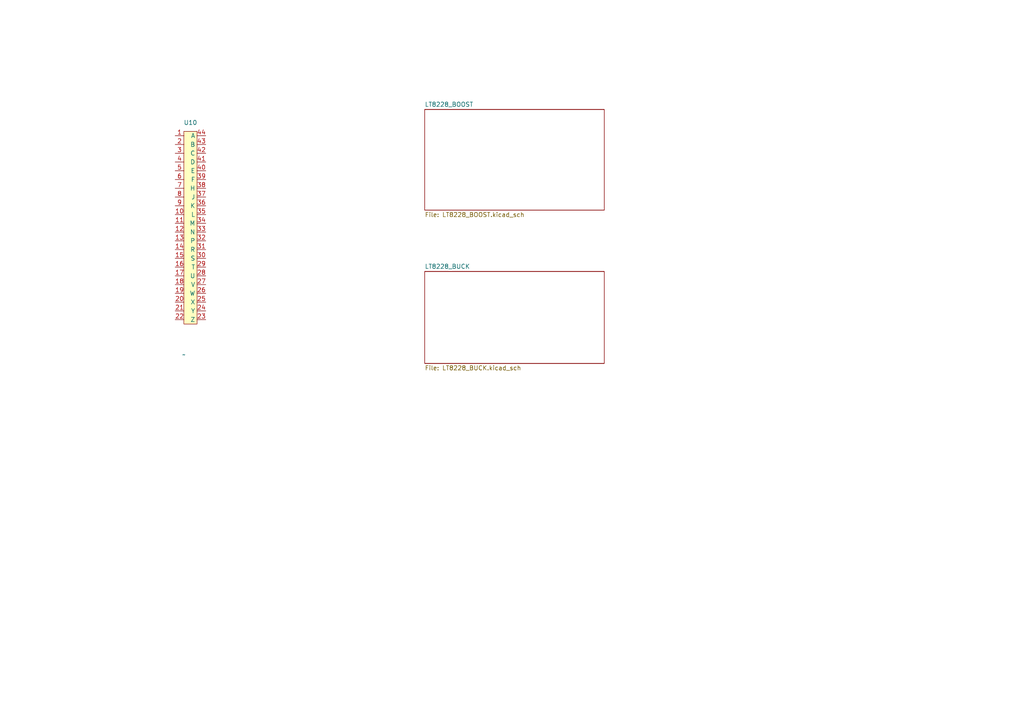
<source format=kicad_sch>
(kicad_sch (version 20230121) (generator eeschema)
  (paper "A4")
  (lib_symbols
    (symbol "my parts:50-44A-30"
      (property "Reference" "J" (at 0 0 0))
      (symbol "50-44A-30_1_1"
        (rectangle (start 0 64.77) (end 3.81 8.89) (fill (type background)))
        (pin input line (at -2.54 63.5 0) (length 2.54) (name "") (number "1"))
        (pin input line (at -2.54 40.64 0) (length 2.54) (name "") (number "10"))
        (pin input line (at -2.54 38.1 0) (length 2.54) (name "") (number "11"))
        (pin input line (at -2.54 35.56 0) (length 2.54) (name "") (number "12"))
        (pin input line (at -2.54 33.02 0) (length 2.54) (name "") (number "13"))
        (pin input line (at -2.54 30.48 0) (length 2.54) (name "") (number "14"))
        (pin input line (at -2.54 27.94 0) (length 2.54) (name "") (number "15"))
        (pin input line (at -2.54 25.4 0) (length 2.54) (name "") (number "16"))
        (pin input line (at -2.54 22.86 0) (length 2.54) (name "") (number "17"))
        (pin input line (at -2.54 20.32 0) (length 2.54) (name "") (number "18"))
        (pin input line (at -2.54 17.78 0) (length 2.54) (name "") (number "19"))
        (pin input line (at -2.54 60.96 0) (length 2.54) (name "") (number "2"))
        (pin input line (at -2.54 15.24 0) (length 2.54) (name "") (number "20"))
        (pin input line (at -2.54 12.7 0) (length 2.54) (name "") (number "21"))
        (pin input line (at -2.54 10.16 0) (length 2.54) (name "") (number "22"))
        (pin input line (at 6.35 10.16 180) (length 2.54) (name "Z") (number "23"))
        (pin input line (at 6.35 12.7 180) (length 2.54) (name "Y") (number "24"))
        (pin input line (at 6.35 15.24 180) (length 2.54) (name "X") (number "25"))
        (pin input line (at 6.35 17.78 180) (length 2.54) (name "W") (number "26"))
        (pin input line (at 6.35 20.32 180) (length 2.54) (name "V") (number "27"))
        (pin input line (at 6.35 22.86 180) (length 2.54) (name "U") (number "28"))
        (pin input line (at 6.35 25.4 180) (length 2.54) (name "T") (number "29"))
        (pin input line (at -2.54 58.42 0) (length 2.54) (name "") (number "3"))
        (pin input line (at 6.35 27.94 180) (length 2.54) (name "S") (number "30"))
        (pin input line (at 6.35 30.48 180) (length 2.54) (name "R") (number "31"))
        (pin input line (at 6.35 33.02 180) (length 2.54) (name "P") (number "32"))
        (pin input line (at 6.35 35.56 180) (length 2.54) (name "N") (number "33"))
        (pin input line (at 6.35 38.1 180) (length 2.54) (name "M") (number "34"))
        (pin input line (at 6.35 40.64 180) (length 2.54) (name "L") (number "35"))
        (pin input line (at 6.35 43.18 180) (length 2.54) (name "K") (number "36"))
        (pin input line (at 6.35 45.72 180) (length 2.54) (name "J") (number "37"))
        (pin input line (at 6.35 48.26 180) (length 2.54) (name "H") (number "38"))
        (pin input line (at 6.35 50.8 180) (length 2.54) (name "F") (number "39"))
        (pin input line (at -2.54 55.88 0) (length 2.54) (name "") (number "4"))
        (pin input line (at 6.35 53.34 180) (length 2.54) (name "E") (number "40"))
        (pin input line (at 6.35 55.88 180) (length 2.54) (name "D") (number "41"))
        (pin input line (at 6.35 58.42 180) (length 2.54) (name "C") (number "42"))
        (pin input line (at 6.35 60.96 180) (length 2.54) (name "B") (number "43"))
        (pin input line (at 6.35 63.5 180) (length 2.54) (name "A") (number "44"))
        (pin input line (at -2.54 53.34 0) (length 2.54) (name "") (number "5"))
        (pin input line (at -2.54 50.8 0) (length 2.54) (name "") (number "6"))
        (pin input line (at -2.54 48.26 0) (length 2.54) (name "") (number "7"))
        (pin input line (at -2.54 45.72 0) (length 2.54) (name "") (number "8"))
        (pin input line (at -2.54 43.18 0) (length 2.54) (name "") (number "9"))
      )
    )
  )
  (symbol (lib_id "my parts:50-44A-30") (at 53.34 102.87 0) (unit 1)
    (property "Reference" "U10" (at 55.245 35.56 0))
    (property "Value" "~" (at 53.34 102.87 0))
    (property "Footprint" "AudioJacks:50-44A-30" (effects hide))
  )
  (sheet (at 123.19 31.75) (size 52.07 29.21) (stroke (width 0.1524))
    (property "Sheetname" "LT8228_BOOST" (at 123.19 31.0384 0) (effects (justify left bottom)))
    (property "Sheetfile" "LT8228_BOOST.kicad_sch" (at 123.19 61.5446 0) (effects (justify left top)))
  )
  (sheet (at 123.19 78.74) (size 52.07 26.67) (stroke (width 0.1524))
    (property "Sheetname" "LT8228_BUCK" (at 123.19 78.0284 0) (effects (justify left bottom)))
    (property "Sheetfile" "LT8228_BUCK.kicad_sch" (at 123.19 105.9946 0) (effects (justify left top)))
  )
)
</source>
